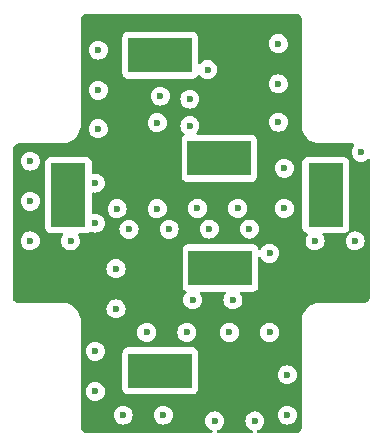
<source format=gbr>
%TF.GenerationSoftware,KiCad,Pcbnew,8.0.7*%
%TF.CreationDate,2025-04-20T01:01:18-04:00*%
%TF.ProjectId,2M_4F,324d5f34-462e-46b6-9963-61645f706362,rev?*%
%TF.SameCoordinates,Original*%
%TF.FileFunction,Copper,L1,Top*%
%TF.FilePolarity,Positive*%
%FSLAX46Y46*%
G04 Gerber Fmt 4.6, Leading zero omitted, Abs format (unit mm)*
G04 Created by KiCad (PCBNEW 8.0.7) date 2025-04-20 01:01:18*
%MOMM*%
%LPD*%
G01*
G04 APERTURE LIST*
%TA.AperFunction,ComponentPad*%
%ADD10R,3.000000X5.400000*%
%TD*%
%TA.AperFunction,ComponentPad*%
%ADD11R,5.400000X3.000000*%
%TD*%
%TA.AperFunction,ViaPad*%
%ADD12C,0.600000*%
%TD*%
G04 APERTURE END LIST*
D10*
%TO.P,J1,1,Pin_1*%
%TO.N,Net-(J1-Pin_1)*%
X97344600Y-47653300D03*
D11*
%TO.P,J1,2,Pin_2*%
%TO.N,GND*%
X102844600Y-47040800D03*
%TD*%
D10*
%TO.P,J4,1,Pin_1*%
%TO.N,Net-(J1-Pin_1)*%
X97250000Y-38375000D03*
D11*
%TO.P,J4,2,Pin_2*%
%TO.N,GND*%
X102750000Y-37762500D03*
%TD*%
D10*
%TO.P,J6,1,Pin_1*%
%TO.N,Net-(J1-Pin_1)*%
X104250000Y-56362500D03*
D11*
%TO.P,J6,2,Pin_2*%
%TO.N,GND*%
X97750000Y-55750000D03*
%TD*%
%TO.P,J3,1,Pin_1*%
%TO.N,Net-(J1-Pin_1)*%
X111137500Y-47375000D03*
D10*
%TO.P,J3,2,Pin_2*%
%TO.N,GND*%
X111750000Y-40875000D03*
%TD*%
%TO.P,J5,1,Pin_1*%
%TO.N,Net-(J1-Pin_1)*%
X104250000Y-29637500D03*
D11*
%TO.P,J5,2,Pin_2*%
%TO.N,GND*%
X97750000Y-29025000D03*
%TD*%
%TO.P,J2,1,Pin_1*%
%TO.N,Net-(J1-Pin_1)*%
X89362500Y-47375000D03*
D10*
%TO.P,J2,2,Pin_2*%
%TO.N,GND*%
X89975000Y-40875000D03*
%TD*%
D12*
%TO.N,GND*%
X95100000Y-43775000D03*
X107000000Y-45800000D03*
X114750000Y-37250000D03*
X92250000Y-43250000D03*
X107750000Y-31450000D03*
X105300000Y-43750000D03*
X90150000Y-44750000D03*
X86750000Y-41400000D03*
X97500000Y-42025000D03*
X100000000Y-52500000D03*
X107000000Y-52500000D03*
X105750000Y-60000000D03*
X103600000Y-52500000D03*
X108500000Y-56100000D03*
X100250000Y-32750000D03*
X100900000Y-42000000D03*
X92500000Y-32000000D03*
X108250000Y-38600000D03*
X103900000Y-49750000D03*
X104300000Y-42000000D03*
X102350000Y-60000000D03*
X92250000Y-57500000D03*
X86750000Y-44750000D03*
X92250000Y-39850000D03*
X94600000Y-59500000D03*
X114250000Y-44750000D03*
X92500000Y-28600000D03*
X108500000Y-59500000D03*
X94100000Y-42025000D03*
X98000000Y-59500000D03*
X107750000Y-28050000D03*
X98500000Y-43775000D03*
X92500000Y-35250000D03*
X92250000Y-54100000D03*
X97500000Y-34750000D03*
X110850000Y-44750000D03*
X96600000Y-52500000D03*
X94000000Y-50500000D03*
X100250000Y-35000000D03*
X107750000Y-34700000D03*
X100500000Y-49750000D03*
X86750000Y-38000000D03*
X108250000Y-42000000D03*
X101900000Y-43750000D03*
X101750000Y-30250000D03*
X97750000Y-32500000D03*
X94000000Y-47100000D03*
%TO.N,Net-(J1-Pin_1)*%
X108250000Y-36900000D03*
X95800000Y-42025000D03*
X92900000Y-59500000D03*
X92250000Y-38150000D03*
X104050000Y-60000000D03*
X105600000Y-49750000D03*
X111250000Y-37000000D03*
X101750000Y-28550000D03*
X107000000Y-43750000D03*
X102500000Y-35000000D03*
X88450000Y-44750000D03*
X95250000Y-32250000D03*
X86750000Y-43100000D03*
X105350000Y-35000000D03*
X108500000Y-54000000D03*
X95000000Y-34750000D03*
X92500000Y-30300000D03*
X92250000Y-52000000D03*
X96300000Y-59500000D03*
X91850000Y-44750000D03*
X101900000Y-52500000D03*
X102600000Y-42000000D03*
X108500000Y-57800000D03*
X106000000Y-42000000D03*
X100650000Y-60000000D03*
X99200000Y-42025000D03*
X107750000Y-26350000D03*
X98300000Y-52500000D03*
X100200000Y-43775000D03*
X108250000Y-40300000D03*
X92500000Y-26900000D03*
X101950000Y-32750000D03*
X86750000Y-39700000D03*
X112550000Y-44750000D03*
X92250000Y-41550000D03*
X103600000Y-43750000D03*
X109150000Y-44750000D03*
X107000000Y-47500000D03*
X94000000Y-45400000D03*
X94000000Y-48800000D03*
X94900000Y-52500000D03*
X92250000Y-55800000D03*
X114750000Y-49250000D03*
X114500000Y-41750000D03*
X107750000Y-33000000D03*
X107750000Y-29750000D03*
X102200000Y-49750000D03*
X105300000Y-52500000D03*
X92500000Y-33550000D03*
X96800000Y-43775000D03*
%TD*%
%TA.AperFunction,Conductor*%
%TO.N,Net-(J1-Pin_1)*%
G36*
X109256922Y-25501280D02*
G01*
X109347266Y-25511459D01*
X109374331Y-25517636D01*
X109453540Y-25545352D01*
X109478553Y-25557398D01*
X109549606Y-25602043D01*
X109571313Y-25619355D01*
X109630644Y-25678686D01*
X109647957Y-25700395D01*
X109692600Y-25771444D01*
X109704648Y-25796462D01*
X109732362Y-25875666D01*
X109738540Y-25902735D01*
X109748720Y-25993076D01*
X109749500Y-26006961D01*
X109749500Y-35107317D01*
X109780044Y-35319764D01*
X109780047Y-35319774D01*
X109840517Y-35525715D01*
X109929672Y-35720938D01*
X109929679Y-35720951D01*
X109996973Y-35825663D01*
X110031775Y-35879816D01*
X110045720Y-35901514D01*
X110186275Y-36063724D01*
X110291632Y-36155016D01*
X110348487Y-36204281D01*
X110464831Y-36279050D01*
X110529048Y-36320320D01*
X110529061Y-36320327D01*
X110724284Y-36409482D01*
X110724288Y-36409483D01*
X110724290Y-36409484D01*
X110930231Y-36469954D01*
X110930232Y-36469954D01*
X110930235Y-36469955D01*
X110993584Y-36479062D01*
X111142682Y-36500500D01*
X111184108Y-36500500D01*
X114068060Y-36500500D01*
X114135099Y-36520185D01*
X114180854Y-36572989D01*
X114190798Y-36642147D01*
X114161773Y-36705703D01*
X114155741Y-36712181D01*
X114120184Y-36747737D01*
X114024211Y-36900476D01*
X113964631Y-37070745D01*
X113964630Y-37070750D01*
X113944435Y-37249996D01*
X113944435Y-37250003D01*
X113964630Y-37429249D01*
X113964631Y-37429254D01*
X114024211Y-37599523D01*
X114071323Y-37674500D01*
X114120184Y-37752262D01*
X114247738Y-37879816D01*
X114330693Y-37931940D01*
X114391557Y-37970184D01*
X114400478Y-37975789D01*
X114469678Y-38000003D01*
X114570745Y-38035368D01*
X114570750Y-38035369D01*
X114749996Y-38055565D01*
X114750000Y-38055565D01*
X114750004Y-38055565D01*
X114929249Y-38035369D01*
X114929252Y-38035368D01*
X114929255Y-38035368D01*
X115099522Y-37975789D01*
X115252262Y-37879816D01*
X115287819Y-37844259D01*
X115349142Y-37810774D01*
X115418834Y-37815758D01*
X115474767Y-37857630D01*
X115499184Y-37923094D01*
X115499500Y-37931940D01*
X115499500Y-49493038D01*
X115498720Y-49506923D01*
X115488540Y-49597264D01*
X115482362Y-49624333D01*
X115454648Y-49703537D01*
X115442600Y-49728555D01*
X115397957Y-49799604D01*
X115380644Y-49821313D01*
X115321313Y-49880644D01*
X115299604Y-49897957D01*
X115228555Y-49942600D01*
X115203537Y-49954648D01*
X115124333Y-49982362D01*
X115097264Y-49988540D01*
X115017075Y-49997576D01*
X115006921Y-49998720D01*
X114993038Y-49999500D01*
X111142682Y-49999500D01*
X110930235Y-50030044D01*
X110930225Y-50030047D01*
X110724284Y-50090517D01*
X110529061Y-50179672D01*
X110529048Y-50179679D01*
X110348485Y-50295720D01*
X110186275Y-50436275D01*
X110045720Y-50598485D01*
X109929679Y-50779048D01*
X109929672Y-50779061D01*
X109840517Y-50974284D01*
X109780047Y-51180225D01*
X109780044Y-51180235D01*
X109749500Y-51392682D01*
X109749500Y-60493038D01*
X109748720Y-60506923D01*
X109738540Y-60597264D01*
X109732362Y-60624333D01*
X109704648Y-60703537D01*
X109692600Y-60728555D01*
X109647957Y-60799604D01*
X109630644Y-60821313D01*
X109571313Y-60880644D01*
X109549604Y-60897957D01*
X109478555Y-60942600D01*
X109453537Y-60954648D01*
X109374333Y-60982362D01*
X109347264Y-60988540D01*
X109267075Y-60997576D01*
X109256921Y-60998720D01*
X109243038Y-60999500D01*
X106047114Y-60999500D01*
X105980075Y-60979815D01*
X105934320Y-60927011D01*
X105924376Y-60857853D01*
X105953401Y-60794297D01*
X106006160Y-60758458D01*
X106042531Y-60745730D01*
X106099522Y-60725789D01*
X106252262Y-60629816D01*
X106379816Y-60502262D01*
X106475789Y-60349522D01*
X106535368Y-60179255D01*
X106535369Y-60179249D01*
X106555565Y-60000003D01*
X106555565Y-59999996D01*
X106535369Y-59820750D01*
X106535368Y-59820745D01*
X106475789Y-59650478D01*
X106381235Y-59499996D01*
X107694435Y-59499996D01*
X107694435Y-59500003D01*
X107714630Y-59679249D01*
X107714631Y-59679254D01*
X107774211Y-59849523D01*
X107868760Y-59999996D01*
X107870184Y-60002262D01*
X107997738Y-60129816D01*
X108150478Y-60225789D01*
X108320745Y-60285368D01*
X108320750Y-60285369D01*
X108499996Y-60305565D01*
X108500000Y-60305565D01*
X108500004Y-60305565D01*
X108679249Y-60285369D01*
X108679252Y-60285368D01*
X108679255Y-60285368D01*
X108849522Y-60225789D01*
X109002262Y-60129816D01*
X109129816Y-60002262D01*
X109225789Y-59849522D01*
X109285368Y-59679255D01*
X109285369Y-59679249D01*
X109305565Y-59500003D01*
X109305565Y-59499996D01*
X109285369Y-59320750D01*
X109285368Y-59320745D01*
X109225788Y-59150476D01*
X109129815Y-58997737D01*
X109002262Y-58870184D01*
X108849523Y-58774211D01*
X108679254Y-58714631D01*
X108679249Y-58714630D01*
X108500004Y-58694435D01*
X108499996Y-58694435D01*
X108320750Y-58714630D01*
X108320745Y-58714631D01*
X108150476Y-58774211D01*
X107997737Y-58870184D01*
X107870184Y-58997737D01*
X107774211Y-59150476D01*
X107714631Y-59320745D01*
X107714630Y-59320750D01*
X107694435Y-59499996D01*
X106381235Y-59499996D01*
X106379816Y-59497738D01*
X106252262Y-59370184D01*
X106099523Y-59274211D01*
X105929254Y-59214631D01*
X105929249Y-59214630D01*
X105750004Y-59194435D01*
X105749996Y-59194435D01*
X105570750Y-59214630D01*
X105570745Y-59214631D01*
X105400476Y-59274211D01*
X105247737Y-59370184D01*
X105120184Y-59497737D01*
X105024211Y-59650476D01*
X104964631Y-59820745D01*
X104964630Y-59820750D01*
X104944435Y-59999996D01*
X104944435Y-60000003D01*
X104964630Y-60179249D01*
X104964631Y-60179254D01*
X105024211Y-60349523D01*
X105077360Y-60434108D01*
X105120184Y-60502262D01*
X105247738Y-60629816D01*
X105365064Y-60703537D01*
X105400478Y-60725789D01*
X105493840Y-60758458D01*
X105550617Y-60799180D01*
X105576364Y-60864133D01*
X105562908Y-60932694D01*
X105514521Y-60983097D01*
X105452886Y-60999500D01*
X102647114Y-60999500D01*
X102580075Y-60979815D01*
X102534320Y-60927011D01*
X102524376Y-60857853D01*
X102553401Y-60794297D01*
X102606160Y-60758458D01*
X102642531Y-60745730D01*
X102699522Y-60725789D01*
X102852262Y-60629816D01*
X102979816Y-60502262D01*
X103075789Y-60349522D01*
X103135368Y-60179255D01*
X103135369Y-60179249D01*
X103155565Y-60000003D01*
X103155565Y-59999996D01*
X103135369Y-59820750D01*
X103135368Y-59820745D01*
X103075789Y-59650478D01*
X102979816Y-59497738D01*
X102852262Y-59370184D01*
X102699523Y-59274211D01*
X102529254Y-59214631D01*
X102529249Y-59214630D01*
X102350004Y-59194435D01*
X102349996Y-59194435D01*
X102170750Y-59214630D01*
X102170745Y-59214631D01*
X102000476Y-59274211D01*
X101847737Y-59370184D01*
X101720184Y-59497737D01*
X101624211Y-59650476D01*
X101564631Y-59820745D01*
X101564630Y-59820750D01*
X101544435Y-59999996D01*
X101544435Y-60000003D01*
X101564630Y-60179249D01*
X101564631Y-60179254D01*
X101624211Y-60349523D01*
X101677360Y-60434108D01*
X101720184Y-60502262D01*
X101847738Y-60629816D01*
X101965064Y-60703537D01*
X102000478Y-60725789D01*
X102093840Y-60758458D01*
X102150617Y-60799180D01*
X102176364Y-60864133D01*
X102162908Y-60932694D01*
X102114521Y-60983097D01*
X102052886Y-60999500D01*
X91506962Y-60999500D01*
X91493078Y-60998720D01*
X91480553Y-60997308D01*
X91402735Y-60988540D01*
X91375666Y-60982362D01*
X91296462Y-60954648D01*
X91271444Y-60942600D01*
X91200395Y-60897957D01*
X91178686Y-60880644D01*
X91119355Y-60821313D01*
X91102042Y-60799604D01*
X91098707Y-60794297D01*
X91057398Y-60728553D01*
X91045351Y-60703537D01*
X91017637Y-60624333D01*
X91011459Y-60597263D01*
X91001280Y-60506922D01*
X91000500Y-60493038D01*
X91000500Y-59499996D01*
X93794435Y-59499996D01*
X93794435Y-59500003D01*
X93814630Y-59679249D01*
X93814631Y-59679254D01*
X93874211Y-59849523D01*
X93968760Y-59999996D01*
X93970184Y-60002262D01*
X94097738Y-60129816D01*
X94250478Y-60225789D01*
X94420745Y-60285368D01*
X94420750Y-60285369D01*
X94599996Y-60305565D01*
X94600000Y-60305565D01*
X94600004Y-60305565D01*
X94779249Y-60285369D01*
X94779252Y-60285368D01*
X94779255Y-60285368D01*
X94949522Y-60225789D01*
X95102262Y-60129816D01*
X95229816Y-60002262D01*
X95325789Y-59849522D01*
X95385368Y-59679255D01*
X95385369Y-59679249D01*
X95405565Y-59500003D01*
X95405565Y-59499996D01*
X97194435Y-59499996D01*
X97194435Y-59500003D01*
X97214630Y-59679249D01*
X97214631Y-59679254D01*
X97274211Y-59849523D01*
X97368760Y-59999996D01*
X97370184Y-60002262D01*
X97497738Y-60129816D01*
X97650478Y-60225789D01*
X97820745Y-60285368D01*
X97820750Y-60285369D01*
X97999996Y-60305565D01*
X98000000Y-60305565D01*
X98000004Y-60305565D01*
X98179249Y-60285369D01*
X98179252Y-60285368D01*
X98179255Y-60285368D01*
X98349522Y-60225789D01*
X98502262Y-60129816D01*
X98629816Y-60002262D01*
X98725789Y-59849522D01*
X98785368Y-59679255D01*
X98785369Y-59679249D01*
X98805565Y-59500003D01*
X98805565Y-59499996D01*
X98785369Y-59320750D01*
X98785368Y-59320745D01*
X98725788Y-59150476D01*
X98629815Y-58997737D01*
X98502262Y-58870184D01*
X98349523Y-58774211D01*
X98179254Y-58714631D01*
X98179249Y-58714630D01*
X98000004Y-58694435D01*
X97999996Y-58694435D01*
X97820750Y-58714630D01*
X97820745Y-58714631D01*
X97650476Y-58774211D01*
X97497737Y-58870184D01*
X97370184Y-58997737D01*
X97274211Y-59150476D01*
X97214631Y-59320745D01*
X97214630Y-59320750D01*
X97194435Y-59499996D01*
X95405565Y-59499996D01*
X95385369Y-59320750D01*
X95385368Y-59320745D01*
X95325788Y-59150476D01*
X95229815Y-58997737D01*
X95102262Y-58870184D01*
X94949523Y-58774211D01*
X94779254Y-58714631D01*
X94779249Y-58714630D01*
X94600004Y-58694435D01*
X94599996Y-58694435D01*
X94420750Y-58714630D01*
X94420745Y-58714631D01*
X94250476Y-58774211D01*
X94097737Y-58870184D01*
X93970184Y-58997737D01*
X93874211Y-59150476D01*
X93814631Y-59320745D01*
X93814630Y-59320750D01*
X93794435Y-59499996D01*
X91000500Y-59499996D01*
X91000500Y-57499996D01*
X91444435Y-57499996D01*
X91444435Y-57500003D01*
X91464630Y-57679249D01*
X91464631Y-57679254D01*
X91524211Y-57849523D01*
X91620184Y-58002262D01*
X91747738Y-58129816D01*
X91900478Y-58225789D01*
X92070745Y-58285368D01*
X92070750Y-58285369D01*
X92249996Y-58305565D01*
X92250000Y-58305565D01*
X92250004Y-58305565D01*
X92429249Y-58285369D01*
X92429252Y-58285368D01*
X92429255Y-58285368D01*
X92599522Y-58225789D01*
X92752262Y-58129816D01*
X92879816Y-58002262D01*
X92975789Y-57849522D01*
X93035368Y-57679255D01*
X93035369Y-57679249D01*
X93055565Y-57500003D01*
X93055565Y-57499996D01*
X93035369Y-57320750D01*
X93035368Y-57320745D01*
X92975788Y-57150476D01*
X92879815Y-56997737D01*
X92752262Y-56870184D01*
X92599523Y-56774211D01*
X92429254Y-56714631D01*
X92429249Y-56714630D01*
X92250004Y-56694435D01*
X92249996Y-56694435D01*
X92070750Y-56714630D01*
X92070745Y-56714631D01*
X91900476Y-56774211D01*
X91747737Y-56870184D01*
X91620184Y-56997737D01*
X91524211Y-57150476D01*
X91464631Y-57320745D01*
X91464630Y-57320750D01*
X91444435Y-57499996D01*
X91000500Y-57499996D01*
X91000500Y-54099996D01*
X91444435Y-54099996D01*
X91444435Y-54100003D01*
X91464630Y-54279249D01*
X91464631Y-54279254D01*
X91524211Y-54449523D01*
X91620184Y-54602262D01*
X91747738Y-54729816D01*
X91900478Y-54825789D01*
X92070745Y-54885368D01*
X92070750Y-54885369D01*
X92249996Y-54905565D01*
X92250000Y-54905565D01*
X92250004Y-54905565D01*
X92429249Y-54885369D01*
X92429252Y-54885368D01*
X92429255Y-54885368D01*
X92599522Y-54825789D01*
X92752262Y-54729816D01*
X92879816Y-54602262D01*
X92975789Y-54449522D01*
X93035368Y-54279255D01*
X93035369Y-54279249D01*
X93044058Y-54202135D01*
X94549500Y-54202135D01*
X94549500Y-57297870D01*
X94549501Y-57297876D01*
X94555908Y-57357483D01*
X94606202Y-57492328D01*
X94606206Y-57492335D01*
X94692452Y-57607544D01*
X94692455Y-57607547D01*
X94807664Y-57693793D01*
X94807671Y-57693797D01*
X94942517Y-57744091D01*
X94942516Y-57744091D01*
X94949444Y-57744835D01*
X95002127Y-57750500D01*
X100497872Y-57750499D01*
X100557483Y-57744091D01*
X100692331Y-57693796D01*
X100807546Y-57607546D01*
X100893796Y-57492331D01*
X100944091Y-57357483D01*
X100950500Y-57297873D01*
X100950500Y-56099996D01*
X107694435Y-56099996D01*
X107694435Y-56100003D01*
X107714630Y-56279249D01*
X107714631Y-56279254D01*
X107774211Y-56449523D01*
X107870184Y-56602262D01*
X107997738Y-56729816D01*
X108150478Y-56825789D01*
X108277352Y-56870184D01*
X108320745Y-56885368D01*
X108320750Y-56885369D01*
X108499996Y-56905565D01*
X108500000Y-56905565D01*
X108500004Y-56905565D01*
X108679249Y-56885369D01*
X108679252Y-56885368D01*
X108679255Y-56885368D01*
X108849522Y-56825789D01*
X109002262Y-56729816D01*
X109129816Y-56602262D01*
X109225789Y-56449522D01*
X109285368Y-56279255D01*
X109305565Y-56100000D01*
X109285368Y-55920745D01*
X109225789Y-55750478D01*
X109129816Y-55597738D01*
X109002262Y-55470184D01*
X108849523Y-55374211D01*
X108679254Y-55314631D01*
X108679249Y-55314630D01*
X108500004Y-55294435D01*
X108499996Y-55294435D01*
X108320750Y-55314630D01*
X108320745Y-55314631D01*
X108150476Y-55374211D01*
X107997737Y-55470184D01*
X107870184Y-55597737D01*
X107774211Y-55750476D01*
X107714631Y-55920745D01*
X107714630Y-55920750D01*
X107694435Y-56099996D01*
X100950500Y-56099996D01*
X100950499Y-54202128D01*
X100944091Y-54142517D01*
X100928234Y-54100003D01*
X100893797Y-54007671D01*
X100893793Y-54007664D01*
X100807547Y-53892455D01*
X100807544Y-53892452D01*
X100692335Y-53806206D01*
X100692328Y-53806202D01*
X100557482Y-53755908D01*
X100557483Y-53755908D01*
X100497883Y-53749501D01*
X100497881Y-53749500D01*
X100497873Y-53749500D01*
X100497864Y-53749500D01*
X95002129Y-53749500D01*
X95002123Y-53749501D01*
X94942516Y-53755908D01*
X94807671Y-53806202D01*
X94807664Y-53806206D01*
X94692455Y-53892452D01*
X94692452Y-53892455D01*
X94606206Y-54007664D01*
X94606202Y-54007671D01*
X94555908Y-54142517D01*
X94549501Y-54202116D01*
X94549501Y-54202123D01*
X94549500Y-54202135D01*
X93044058Y-54202135D01*
X93055565Y-54100003D01*
X93055565Y-54099996D01*
X93035369Y-53920750D01*
X93035368Y-53920745D01*
X92995288Y-53806204D01*
X92975789Y-53750478D01*
X92975174Y-53749500D01*
X92879815Y-53597737D01*
X92752262Y-53470184D01*
X92599523Y-53374211D01*
X92429254Y-53314631D01*
X92429249Y-53314630D01*
X92250004Y-53294435D01*
X92249996Y-53294435D01*
X92070750Y-53314630D01*
X92070745Y-53314631D01*
X91900476Y-53374211D01*
X91747737Y-53470184D01*
X91620184Y-53597737D01*
X91524211Y-53750476D01*
X91464631Y-53920745D01*
X91464630Y-53920750D01*
X91444435Y-54099996D01*
X91000500Y-54099996D01*
X91000500Y-52499996D01*
X95794435Y-52499996D01*
X95794435Y-52500003D01*
X95814630Y-52679249D01*
X95814631Y-52679254D01*
X95874211Y-52849523D01*
X95970184Y-53002262D01*
X96097738Y-53129816D01*
X96250478Y-53225789D01*
X96420745Y-53285368D01*
X96420750Y-53285369D01*
X96599996Y-53305565D01*
X96600000Y-53305565D01*
X96600004Y-53305565D01*
X96779249Y-53285369D01*
X96779252Y-53285368D01*
X96779255Y-53285368D01*
X96949522Y-53225789D01*
X97102262Y-53129816D01*
X97229816Y-53002262D01*
X97325789Y-52849522D01*
X97385368Y-52679255D01*
X97405565Y-52500000D01*
X97405565Y-52499996D01*
X99194435Y-52499996D01*
X99194435Y-52500003D01*
X99214630Y-52679249D01*
X99214631Y-52679254D01*
X99274211Y-52849523D01*
X99370184Y-53002262D01*
X99497738Y-53129816D01*
X99650478Y-53225789D01*
X99820745Y-53285368D01*
X99820750Y-53285369D01*
X99999996Y-53305565D01*
X100000000Y-53305565D01*
X100000004Y-53305565D01*
X100179249Y-53285369D01*
X100179252Y-53285368D01*
X100179255Y-53285368D01*
X100349522Y-53225789D01*
X100502262Y-53129816D01*
X100629816Y-53002262D01*
X100725789Y-52849522D01*
X100785368Y-52679255D01*
X100805565Y-52500000D01*
X100805565Y-52499996D01*
X102794435Y-52499996D01*
X102794435Y-52500003D01*
X102814630Y-52679249D01*
X102814631Y-52679254D01*
X102874211Y-52849523D01*
X102970184Y-53002262D01*
X103097738Y-53129816D01*
X103250478Y-53225789D01*
X103420745Y-53285368D01*
X103420750Y-53285369D01*
X103599996Y-53305565D01*
X103600000Y-53305565D01*
X103600004Y-53305565D01*
X103779249Y-53285369D01*
X103779252Y-53285368D01*
X103779255Y-53285368D01*
X103949522Y-53225789D01*
X104102262Y-53129816D01*
X104229816Y-53002262D01*
X104325789Y-52849522D01*
X104385368Y-52679255D01*
X104405565Y-52500000D01*
X104405565Y-52499996D01*
X106194435Y-52499996D01*
X106194435Y-52500003D01*
X106214630Y-52679249D01*
X106214631Y-52679254D01*
X106274211Y-52849523D01*
X106370184Y-53002262D01*
X106497738Y-53129816D01*
X106650478Y-53225789D01*
X106820745Y-53285368D01*
X106820750Y-53285369D01*
X106999996Y-53305565D01*
X107000000Y-53305565D01*
X107000004Y-53305565D01*
X107179249Y-53285369D01*
X107179252Y-53285368D01*
X107179255Y-53285368D01*
X107349522Y-53225789D01*
X107502262Y-53129816D01*
X107629816Y-53002262D01*
X107725789Y-52849522D01*
X107785368Y-52679255D01*
X107805565Y-52500000D01*
X107785368Y-52320745D01*
X107725789Y-52150478D01*
X107629816Y-51997738D01*
X107502262Y-51870184D01*
X107349523Y-51774211D01*
X107179254Y-51714631D01*
X107179249Y-51714630D01*
X107000004Y-51694435D01*
X106999996Y-51694435D01*
X106820750Y-51714630D01*
X106820745Y-51714631D01*
X106650476Y-51774211D01*
X106497737Y-51870184D01*
X106370184Y-51997737D01*
X106274211Y-52150476D01*
X106214631Y-52320745D01*
X106214630Y-52320750D01*
X106194435Y-52499996D01*
X104405565Y-52499996D01*
X104385368Y-52320745D01*
X104325789Y-52150478D01*
X104229816Y-51997738D01*
X104102262Y-51870184D01*
X103949523Y-51774211D01*
X103779254Y-51714631D01*
X103779249Y-51714630D01*
X103600004Y-51694435D01*
X103599996Y-51694435D01*
X103420750Y-51714630D01*
X103420745Y-51714631D01*
X103250476Y-51774211D01*
X103097737Y-51870184D01*
X102970184Y-51997737D01*
X102874211Y-52150476D01*
X102814631Y-52320745D01*
X102814630Y-52320750D01*
X102794435Y-52499996D01*
X100805565Y-52499996D01*
X100785368Y-52320745D01*
X100725789Y-52150478D01*
X100629816Y-51997738D01*
X100502262Y-51870184D01*
X100349523Y-51774211D01*
X100179254Y-51714631D01*
X100179249Y-51714630D01*
X100000004Y-51694435D01*
X99999996Y-51694435D01*
X99820750Y-51714630D01*
X99820745Y-51714631D01*
X99650476Y-51774211D01*
X99497737Y-51870184D01*
X99370184Y-51997737D01*
X99274211Y-52150476D01*
X99214631Y-52320745D01*
X99214630Y-52320750D01*
X99194435Y-52499996D01*
X97405565Y-52499996D01*
X97385368Y-52320745D01*
X97325789Y-52150478D01*
X97229816Y-51997738D01*
X97102262Y-51870184D01*
X96949523Y-51774211D01*
X96779254Y-51714631D01*
X96779249Y-51714630D01*
X96600004Y-51694435D01*
X96599996Y-51694435D01*
X96420750Y-51714630D01*
X96420745Y-51714631D01*
X96250476Y-51774211D01*
X96097737Y-51870184D01*
X95970184Y-51997737D01*
X95874211Y-52150476D01*
X95814631Y-52320745D01*
X95814630Y-52320750D01*
X95794435Y-52499996D01*
X91000500Y-52499996D01*
X91000500Y-51392683D01*
X91000500Y-51392682D01*
X90969954Y-51180231D01*
X90909484Y-50974290D01*
X90909483Y-50974288D01*
X90909482Y-50974284D01*
X90820327Y-50779061D01*
X90820320Y-50779048D01*
X90756183Y-50679249D01*
X90704281Y-50598487D01*
X90618944Y-50500003D01*
X90618938Y-50499996D01*
X93194435Y-50499996D01*
X93194435Y-50500003D01*
X93214630Y-50679249D01*
X93214631Y-50679254D01*
X93274211Y-50849523D01*
X93352604Y-50974284D01*
X93370184Y-51002262D01*
X93497738Y-51129816D01*
X93650478Y-51225789D01*
X93814764Y-51283275D01*
X93820745Y-51285368D01*
X93820750Y-51285369D01*
X93999996Y-51305565D01*
X94000000Y-51305565D01*
X94000004Y-51305565D01*
X94179249Y-51285369D01*
X94179252Y-51285368D01*
X94179255Y-51285368D01*
X94349522Y-51225789D01*
X94502262Y-51129816D01*
X94629816Y-51002262D01*
X94725789Y-50849522D01*
X94785368Y-50679255D01*
X94785369Y-50679249D01*
X94805565Y-50500003D01*
X94805565Y-50499996D01*
X94785369Y-50320750D01*
X94785368Y-50320745D01*
X94725788Y-50150476D01*
X94629815Y-49997737D01*
X94502262Y-49870184D01*
X94349523Y-49774211D01*
X94179254Y-49714631D01*
X94179249Y-49714630D01*
X94000004Y-49694435D01*
X93999996Y-49694435D01*
X93820750Y-49714630D01*
X93820745Y-49714631D01*
X93650476Y-49774211D01*
X93497737Y-49870184D01*
X93370184Y-49997737D01*
X93274211Y-50150476D01*
X93214631Y-50320745D01*
X93214630Y-50320750D01*
X93194435Y-50499996D01*
X90618938Y-50499996D01*
X90563724Y-50436275D01*
X90401514Y-50295720D01*
X90401513Y-50295719D01*
X90333892Y-50252262D01*
X90220951Y-50179679D01*
X90220938Y-50179672D01*
X90025715Y-50090517D01*
X89819774Y-50030047D01*
X89819764Y-50030044D01*
X89628754Y-50002582D01*
X89607318Y-49999500D01*
X89607317Y-49999500D01*
X85756962Y-49999500D01*
X85743078Y-49998720D01*
X85730553Y-49997308D01*
X85652735Y-49988540D01*
X85625666Y-49982362D01*
X85546462Y-49954648D01*
X85521444Y-49942600D01*
X85450395Y-49897957D01*
X85428686Y-49880644D01*
X85369355Y-49821313D01*
X85352042Y-49799604D01*
X85320871Y-49749996D01*
X85307398Y-49728553D01*
X85295351Y-49703537D01*
X85292166Y-49694435D01*
X85267636Y-49624331D01*
X85261459Y-49597263D01*
X85251280Y-49506922D01*
X85250500Y-49493038D01*
X85250500Y-47099996D01*
X93194435Y-47099996D01*
X93194435Y-47100003D01*
X93214630Y-47279249D01*
X93214631Y-47279254D01*
X93274211Y-47449523D01*
X93370184Y-47602262D01*
X93497738Y-47729816D01*
X93650478Y-47825789D01*
X93820745Y-47885368D01*
X93820750Y-47885369D01*
X93999996Y-47905565D01*
X94000000Y-47905565D01*
X94000004Y-47905565D01*
X94179249Y-47885369D01*
X94179252Y-47885368D01*
X94179255Y-47885368D01*
X94349522Y-47825789D01*
X94502262Y-47729816D01*
X94629816Y-47602262D01*
X94725789Y-47449522D01*
X94785368Y-47279255D01*
X94805565Y-47100000D01*
X94785368Y-46920745D01*
X94725789Y-46750478D01*
X94629816Y-46597738D01*
X94502262Y-46470184D01*
X94438017Y-46429816D01*
X94349523Y-46374211D01*
X94179254Y-46314631D01*
X94179249Y-46314630D01*
X94000004Y-46294435D01*
X93999996Y-46294435D01*
X93820750Y-46314630D01*
X93820745Y-46314631D01*
X93650476Y-46374211D01*
X93497737Y-46470184D01*
X93370184Y-46597737D01*
X93274211Y-46750476D01*
X93214631Y-46920745D01*
X93214630Y-46920750D01*
X93194435Y-47099996D01*
X85250500Y-47099996D01*
X85250500Y-44749996D01*
X85944435Y-44749996D01*
X85944435Y-44750003D01*
X85964630Y-44929249D01*
X85964631Y-44929254D01*
X86024211Y-45099523D01*
X86068611Y-45170184D01*
X86120184Y-45252262D01*
X86247738Y-45379816D01*
X86332884Y-45433317D01*
X86368167Y-45455487D01*
X86400478Y-45475789D01*
X86474402Y-45501656D01*
X86570745Y-45535368D01*
X86570750Y-45535369D01*
X86749996Y-45555565D01*
X86750000Y-45555565D01*
X86750004Y-45555565D01*
X86929249Y-45535369D01*
X86929252Y-45535368D01*
X86929255Y-45535368D01*
X87099522Y-45475789D01*
X87252262Y-45379816D01*
X87379816Y-45252262D01*
X87475789Y-45099522D01*
X87535368Y-44929255D01*
X87555565Y-44750000D01*
X87536474Y-44580565D01*
X87535369Y-44570750D01*
X87535368Y-44570745D01*
X87477307Y-44404816D01*
X87475789Y-44400478D01*
X87379816Y-44247738D01*
X87252262Y-44120184D01*
X87181148Y-44075500D01*
X87099523Y-44024211D01*
X86929254Y-43964631D01*
X86929249Y-43964630D01*
X86750004Y-43944435D01*
X86749996Y-43944435D01*
X86570750Y-43964630D01*
X86570745Y-43964631D01*
X86400476Y-44024211D01*
X86247737Y-44120184D01*
X86120184Y-44247737D01*
X86024211Y-44400476D01*
X85964631Y-44570745D01*
X85964630Y-44570750D01*
X85944435Y-44749996D01*
X85250500Y-44749996D01*
X85250500Y-41399996D01*
X85944435Y-41399996D01*
X85944435Y-41400003D01*
X85964630Y-41579249D01*
X85964631Y-41579254D01*
X86024211Y-41749523D01*
X86084672Y-41845745D01*
X86120184Y-41902262D01*
X86247738Y-42029816D01*
X86400478Y-42125789D01*
X86553258Y-42179249D01*
X86570745Y-42185368D01*
X86570750Y-42185369D01*
X86749996Y-42205565D01*
X86750000Y-42205565D01*
X86750004Y-42205565D01*
X86929249Y-42185369D01*
X86929252Y-42185368D01*
X86929255Y-42185368D01*
X87099522Y-42125789D01*
X87252262Y-42029816D01*
X87379816Y-41902262D01*
X87475789Y-41749522D01*
X87535368Y-41579255D01*
X87555565Y-41400000D01*
X87555022Y-41395184D01*
X87535369Y-41220750D01*
X87535368Y-41220745D01*
X87475788Y-41050476D01*
X87379815Y-40897737D01*
X87252262Y-40770184D01*
X87099523Y-40674211D01*
X86929254Y-40614631D01*
X86929249Y-40614630D01*
X86750004Y-40594435D01*
X86749996Y-40594435D01*
X86570750Y-40614630D01*
X86570745Y-40614631D01*
X86400476Y-40674211D01*
X86247737Y-40770184D01*
X86120184Y-40897737D01*
X86024211Y-41050476D01*
X85964631Y-41220745D01*
X85964630Y-41220750D01*
X85944435Y-41399996D01*
X85250500Y-41399996D01*
X85250500Y-37999996D01*
X85944435Y-37999996D01*
X85944435Y-38000003D01*
X85964630Y-38179249D01*
X85964631Y-38179254D01*
X86024211Y-38349523D01*
X86120184Y-38502262D01*
X86247738Y-38629816D01*
X86400478Y-38725789D01*
X86553258Y-38779249D01*
X86570745Y-38785368D01*
X86570750Y-38785369D01*
X86749996Y-38805565D01*
X86750000Y-38805565D01*
X86750004Y-38805565D01*
X86929249Y-38785369D01*
X86929252Y-38785368D01*
X86929255Y-38785368D01*
X87099522Y-38725789D01*
X87252262Y-38629816D01*
X87379816Y-38502262D01*
X87475789Y-38349522D01*
X87535368Y-38179255D01*
X87535369Y-38179249D01*
X87541241Y-38127135D01*
X87974500Y-38127135D01*
X87974500Y-43622870D01*
X87974501Y-43622876D01*
X87980908Y-43682483D01*
X88031202Y-43817328D01*
X88031206Y-43817335D01*
X88117452Y-43932544D01*
X88117455Y-43932547D01*
X88232664Y-44018793D01*
X88232671Y-44018797D01*
X88367517Y-44069091D01*
X88367516Y-44069091D01*
X88374444Y-44069835D01*
X88427127Y-44075500D01*
X89404047Y-44075499D01*
X89471086Y-44095183D01*
X89516841Y-44147987D01*
X89526785Y-44217146D01*
X89509041Y-44265471D01*
X89424211Y-44400476D01*
X89364631Y-44570745D01*
X89364630Y-44570750D01*
X89344435Y-44749996D01*
X89344435Y-44750003D01*
X89364630Y-44929249D01*
X89364631Y-44929254D01*
X89424211Y-45099523D01*
X89468611Y-45170184D01*
X89520184Y-45252262D01*
X89647738Y-45379816D01*
X89732884Y-45433317D01*
X89768167Y-45455487D01*
X89800478Y-45475789D01*
X89874402Y-45501656D01*
X89970745Y-45535368D01*
X89970750Y-45535369D01*
X90149996Y-45555565D01*
X90150000Y-45555565D01*
X90150004Y-45555565D01*
X90329249Y-45535369D01*
X90329252Y-45535368D01*
X90329255Y-45535368D01*
X90450522Y-45492935D01*
X99644100Y-45492935D01*
X99644100Y-48588670D01*
X99644101Y-48588676D01*
X99650508Y-48648283D01*
X99700802Y-48783128D01*
X99700806Y-48783135D01*
X99787052Y-48898344D01*
X99787055Y-48898347D01*
X99902262Y-48984592D01*
X99906332Y-48986814D01*
X99955740Y-49036217D01*
X99970594Y-49104490D01*
X99946180Y-49169955D01*
X99934592Y-49183330D01*
X99870183Y-49247739D01*
X99774211Y-49400476D01*
X99714631Y-49570745D01*
X99714630Y-49570750D01*
X99694435Y-49749996D01*
X99694435Y-49750003D01*
X99714630Y-49929249D01*
X99714631Y-49929254D01*
X99774211Y-50099523D01*
X99824577Y-50179679D01*
X99870184Y-50252262D01*
X99997738Y-50379816D01*
X100150478Y-50475789D01*
X100219678Y-50500003D01*
X100320745Y-50535368D01*
X100320750Y-50535369D01*
X100499996Y-50555565D01*
X100500000Y-50555565D01*
X100500004Y-50555565D01*
X100679249Y-50535369D01*
X100679252Y-50535368D01*
X100679255Y-50535368D01*
X100849522Y-50475789D01*
X101002262Y-50379816D01*
X101129816Y-50252262D01*
X101225789Y-50099522D01*
X101285368Y-49929255D01*
X101285369Y-49929249D01*
X101305565Y-49750003D01*
X101305565Y-49749996D01*
X101285369Y-49570750D01*
X101285368Y-49570745D01*
X101258177Y-49493038D01*
X101225789Y-49400478D01*
X101129816Y-49247738D01*
X101125727Y-49242611D01*
X101099319Y-49177924D01*
X101112076Y-49109229D01*
X101159947Y-49058336D01*
X101222675Y-49041299D01*
X103177325Y-49041299D01*
X103244364Y-49060984D01*
X103290119Y-49113788D01*
X103300063Y-49182946D01*
X103274273Y-49242611D01*
X103270183Y-49247738D01*
X103174211Y-49400476D01*
X103114631Y-49570745D01*
X103114630Y-49570750D01*
X103094435Y-49749996D01*
X103094435Y-49750003D01*
X103114630Y-49929249D01*
X103114631Y-49929254D01*
X103174211Y-50099523D01*
X103224577Y-50179679D01*
X103270184Y-50252262D01*
X103397738Y-50379816D01*
X103550478Y-50475789D01*
X103619678Y-50500003D01*
X103720745Y-50535368D01*
X103720750Y-50535369D01*
X103899996Y-50555565D01*
X103900000Y-50555565D01*
X103900004Y-50555565D01*
X104079249Y-50535369D01*
X104079252Y-50535368D01*
X104079255Y-50535368D01*
X104249522Y-50475789D01*
X104402262Y-50379816D01*
X104529816Y-50252262D01*
X104625789Y-50099522D01*
X104685368Y-49929255D01*
X104685369Y-49929249D01*
X104705565Y-49750003D01*
X104705565Y-49749996D01*
X104685369Y-49570750D01*
X104685368Y-49570745D01*
X104658177Y-49493038D01*
X104625789Y-49400478D01*
X104529816Y-49247738D01*
X104525727Y-49242611D01*
X104499319Y-49177924D01*
X104512076Y-49109229D01*
X104559947Y-49058336D01*
X104622675Y-49041299D01*
X105592471Y-49041299D01*
X105592472Y-49041299D01*
X105652083Y-49034891D01*
X105786931Y-48984596D01*
X105902146Y-48898346D01*
X105988396Y-48783131D01*
X106038691Y-48648283D01*
X106045100Y-48588673D01*
X106045099Y-46215306D01*
X106064784Y-46148268D01*
X106117587Y-46102513D01*
X106186746Y-46092569D01*
X106250302Y-46121594D01*
X106274093Y-46149335D01*
X106315546Y-46215307D01*
X106370184Y-46302262D01*
X106497738Y-46429816D01*
X106650478Y-46525789D01*
X106820745Y-46585368D01*
X106820750Y-46585369D01*
X106999996Y-46605565D01*
X107000000Y-46605565D01*
X107000004Y-46605565D01*
X107179249Y-46585369D01*
X107179252Y-46585368D01*
X107179255Y-46585368D01*
X107349522Y-46525789D01*
X107502262Y-46429816D01*
X107629816Y-46302262D01*
X107725789Y-46149522D01*
X107785368Y-45979255D01*
X107805565Y-45800000D01*
X107785368Y-45620745D01*
X107725789Y-45450478D01*
X107629816Y-45297738D01*
X107502262Y-45170184D01*
X107349523Y-45074211D01*
X107179254Y-45014631D01*
X107179249Y-45014630D01*
X107000004Y-44994435D01*
X106999996Y-44994435D01*
X106820750Y-45014630D01*
X106820745Y-45014631D01*
X106650476Y-45074211D01*
X106497737Y-45170184D01*
X106370184Y-45297737D01*
X106274207Y-45450483D01*
X106271188Y-45456753D01*
X106268560Y-45455487D01*
X106235393Y-45501656D01*
X106170421Y-45527354D01*
X106101869Y-45513847D01*
X106051503Y-45465421D01*
X106041667Y-45440486D01*
X106041402Y-45440585D01*
X105988397Y-45298471D01*
X105988393Y-45298464D01*
X105902147Y-45183255D01*
X105902144Y-45183252D01*
X105786935Y-45097006D01*
X105786928Y-45097002D01*
X105652082Y-45046708D01*
X105652083Y-45046708D01*
X105592483Y-45040301D01*
X105592481Y-45040300D01*
X105592473Y-45040300D01*
X105592464Y-45040300D01*
X100096729Y-45040300D01*
X100096723Y-45040301D01*
X100037116Y-45046708D01*
X99902271Y-45097002D01*
X99902264Y-45097006D01*
X99787055Y-45183252D01*
X99787052Y-45183255D01*
X99700806Y-45298464D01*
X99700802Y-45298471D01*
X99650508Y-45433317D01*
X99644101Y-45492916D01*
X99644100Y-45492935D01*
X90450522Y-45492935D01*
X90499522Y-45475789D01*
X90652262Y-45379816D01*
X90779816Y-45252262D01*
X90875789Y-45099522D01*
X90935368Y-44929255D01*
X90955565Y-44750000D01*
X90936474Y-44580565D01*
X90935369Y-44570750D01*
X90935368Y-44570745D01*
X90902141Y-44475788D01*
X90875789Y-44400478D01*
X90790957Y-44265469D01*
X90771958Y-44198235D01*
X90792326Y-44131399D01*
X90845593Y-44086185D01*
X90895952Y-44075499D01*
X91522871Y-44075499D01*
X91522872Y-44075499D01*
X91582483Y-44069091D01*
X91618748Y-44055565D01*
X91717329Y-44018797D01*
X91717329Y-44018796D01*
X91717331Y-44018796D01*
X91763965Y-43983885D01*
X91829426Y-43959468D01*
X91893860Y-43973483D01*
X91894205Y-43972769D01*
X91897195Y-43974209D01*
X91897700Y-43974319D01*
X91898972Y-43975065D01*
X91900470Y-43975786D01*
X91900477Y-43975788D01*
X91900478Y-43975789D01*
X92023382Y-44018795D01*
X92070745Y-44035368D01*
X92070750Y-44035369D01*
X92249996Y-44055565D01*
X92250000Y-44055565D01*
X92250004Y-44055565D01*
X92429249Y-44035369D01*
X92429252Y-44035368D01*
X92429255Y-44035368D01*
X92599522Y-43975789D01*
X92752262Y-43879816D01*
X92857082Y-43774996D01*
X94294435Y-43774996D01*
X94294435Y-43775003D01*
X94314630Y-43954249D01*
X94314631Y-43954254D01*
X94374211Y-44124523D01*
X94443223Y-44234354D01*
X94470184Y-44277262D01*
X94597738Y-44404816D01*
X94750478Y-44500789D01*
X94849299Y-44535368D01*
X94920745Y-44560368D01*
X94920750Y-44560369D01*
X95099996Y-44580565D01*
X95100000Y-44580565D01*
X95100004Y-44580565D01*
X95279249Y-44560369D01*
X95279252Y-44560368D01*
X95279255Y-44560368D01*
X95449522Y-44500789D01*
X95602262Y-44404816D01*
X95729816Y-44277262D01*
X95825789Y-44124522D01*
X95885368Y-43954255D01*
X95885369Y-43954249D01*
X95905565Y-43775003D01*
X95905565Y-43774996D01*
X97694435Y-43774996D01*
X97694435Y-43775003D01*
X97714630Y-43954249D01*
X97714631Y-43954254D01*
X97774211Y-44124523D01*
X97843223Y-44234354D01*
X97870184Y-44277262D01*
X97997738Y-44404816D01*
X98150478Y-44500789D01*
X98249299Y-44535368D01*
X98320745Y-44560368D01*
X98320750Y-44560369D01*
X98499996Y-44580565D01*
X98500000Y-44580565D01*
X98500004Y-44580565D01*
X98679249Y-44560369D01*
X98679252Y-44560368D01*
X98679255Y-44560368D01*
X98849522Y-44500789D01*
X99002262Y-44404816D01*
X99129816Y-44277262D01*
X99225789Y-44124522D01*
X99285368Y-43954255D01*
X99285369Y-43954249D01*
X99305565Y-43775003D01*
X99305565Y-43774996D01*
X99302748Y-43749996D01*
X101094435Y-43749996D01*
X101094435Y-43750003D01*
X101114630Y-43929249D01*
X101114631Y-43929254D01*
X101174211Y-44099523D01*
X101248119Y-44217146D01*
X101270184Y-44252262D01*
X101397738Y-44379816D01*
X101550478Y-44475789D01*
X101621924Y-44500789D01*
X101720745Y-44535368D01*
X101720750Y-44535369D01*
X101899996Y-44555565D01*
X101900000Y-44555565D01*
X101900004Y-44555565D01*
X102079249Y-44535369D01*
X102079252Y-44535368D01*
X102079255Y-44535368D01*
X102249522Y-44475789D01*
X102402262Y-44379816D01*
X102529816Y-44252262D01*
X102625789Y-44099522D01*
X102685368Y-43929255D01*
X102686573Y-43918564D01*
X102705565Y-43750003D01*
X102705565Y-43749996D01*
X104494435Y-43749996D01*
X104494435Y-43750003D01*
X104514630Y-43929249D01*
X104514631Y-43929254D01*
X104574211Y-44099523D01*
X104648119Y-44217146D01*
X104670184Y-44252262D01*
X104797738Y-44379816D01*
X104950478Y-44475789D01*
X105021924Y-44500789D01*
X105120745Y-44535368D01*
X105120750Y-44535369D01*
X105299996Y-44555565D01*
X105300000Y-44555565D01*
X105300004Y-44555565D01*
X105479249Y-44535369D01*
X105479252Y-44535368D01*
X105479255Y-44535368D01*
X105649522Y-44475789D01*
X105802262Y-44379816D01*
X105929816Y-44252262D01*
X106025789Y-44099522D01*
X106085368Y-43929255D01*
X106086573Y-43918564D01*
X106105565Y-43750003D01*
X106105565Y-43749996D01*
X106085369Y-43570750D01*
X106085368Y-43570745D01*
X106025789Y-43400478D01*
X105929816Y-43247738D01*
X105802262Y-43120184D01*
X105649523Y-43024211D01*
X105479254Y-42964631D01*
X105479249Y-42964630D01*
X105300004Y-42944435D01*
X105299996Y-42944435D01*
X105120750Y-42964630D01*
X105120745Y-42964631D01*
X104950476Y-43024211D01*
X104797737Y-43120184D01*
X104670184Y-43247737D01*
X104574211Y-43400476D01*
X104514631Y-43570745D01*
X104514630Y-43570750D01*
X104494435Y-43749996D01*
X102705565Y-43749996D01*
X102685369Y-43570750D01*
X102685368Y-43570745D01*
X102625789Y-43400478D01*
X102529816Y-43247738D01*
X102402262Y-43120184D01*
X102249523Y-43024211D01*
X102079254Y-42964631D01*
X102079249Y-42964630D01*
X101900004Y-42944435D01*
X101899996Y-42944435D01*
X101720750Y-42964630D01*
X101720745Y-42964631D01*
X101550476Y-43024211D01*
X101397737Y-43120184D01*
X101270184Y-43247737D01*
X101174211Y-43400476D01*
X101114631Y-43570745D01*
X101114630Y-43570750D01*
X101094435Y-43749996D01*
X99302748Y-43749996D01*
X99285369Y-43595750D01*
X99285368Y-43595745D01*
X99276620Y-43570745D01*
X99225789Y-43425478D01*
X99210080Y-43400478D01*
X99129815Y-43272737D01*
X99002262Y-43145184D01*
X98849523Y-43049211D01*
X98679254Y-42989631D01*
X98679249Y-42989630D01*
X98500004Y-42969435D01*
X98499996Y-42969435D01*
X98320750Y-42989630D01*
X98320745Y-42989631D01*
X98150476Y-43049211D01*
X97997737Y-43145184D01*
X97870184Y-43272737D01*
X97774211Y-43425476D01*
X97714631Y-43595745D01*
X97714630Y-43595750D01*
X97694435Y-43774996D01*
X95905565Y-43774996D01*
X95885369Y-43595750D01*
X95885368Y-43595745D01*
X95876620Y-43570745D01*
X95825789Y-43425478D01*
X95810080Y-43400478D01*
X95729815Y-43272737D01*
X95602262Y-43145184D01*
X95449523Y-43049211D01*
X95279254Y-42989631D01*
X95279249Y-42989630D01*
X95100004Y-42969435D01*
X95099996Y-42969435D01*
X94920750Y-42989630D01*
X94920745Y-42989631D01*
X94750476Y-43049211D01*
X94597737Y-43145184D01*
X94470184Y-43272737D01*
X94374211Y-43425476D01*
X94314631Y-43595745D01*
X94314630Y-43595750D01*
X94294435Y-43774996D01*
X92857082Y-43774996D01*
X92879816Y-43752262D01*
X92975789Y-43599522D01*
X93035368Y-43429255D01*
X93035794Y-43425476D01*
X93055565Y-43250003D01*
X93055565Y-43249996D01*
X93035369Y-43070750D01*
X93035368Y-43070745D01*
X93006985Y-42989631D01*
X92975789Y-42900478D01*
X92879816Y-42747738D01*
X92752262Y-42620184D01*
X92599523Y-42524211D01*
X92429254Y-42464631D01*
X92429249Y-42464630D01*
X92250004Y-42444435D01*
X92249996Y-42444435D01*
X92113382Y-42459827D01*
X92044560Y-42447772D01*
X91993181Y-42400423D01*
X91975499Y-42336607D01*
X91975499Y-42024996D01*
X93294435Y-42024996D01*
X93294435Y-42025003D01*
X93314630Y-42204249D01*
X93314631Y-42204254D01*
X93374211Y-42374523D01*
X93430830Y-42464631D01*
X93470184Y-42527262D01*
X93597738Y-42654816D01*
X93688080Y-42711582D01*
X93745620Y-42747737D01*
X93750478Y-42750789D01*
X93849299Y-42785368D01*
X93920745Y-42810368D01*
X93920750Y-42810369D01*
X94099996Y-42830565D01*
X94100000Y-42830565D01*
X94100004Y-42830565D01*
X94279249Y-42810369D01*
X94279252Y-42810368D01*
X94279255Y-42810368D01*
X94449522Y-42750789D01*
X94602262Y-42654816D01*
X94729816Y-42527262D01*
X94825789Y-42374522D01*
X94885368Y-42204255D01*
X94888185Y-42179254D01*
X94905565Y-42025003D01*
X94905565Y-42024996D01*
X96694435Y-42024996D01*
X96694435Y-42025003D01*
X96714630Y-42204249D01*
X96714631Y-42204254D01*
X96774211Y-42374523D01*
X96830830Y-42464631D01*
X96870184Y-42527262D01*
X96997738Y-42654816D01*
X97088080Y-42711582D01*
X97145620Y-42747737D01*
X97150478Y-42750789D01*
X97249299Y-42785368D01*
X97320745Y-42810368D01*
X97320750Y-42810369D01*
X97499996Y-42830565D01*
X97500000Y-42830565D01*
X97500004Y-42830565D01*
X97679249Y-42810369D01*
X97679252Y-42810368D01*
X97679255Y-42810368D01*
X97849522Y-42750789D01*
X98002262Y-42654816D01*
X98129816Y-42527262D01*
X98225789Y-42374522D01*
X98285368Y-42204255D01*
X98288185Y-42179254D01*
X98305565Y-42025003D01*
X98305565Y-42024996D01*
X98302748Y-41999996D01*
X100094435Y-41999996D01*
X100094435Y-42000003D01*
X100114630Y-42179249D01*
X100114631Y-42179254D01*
X100174211Y-42349523D01*
X100243520Y-42459827D01*
X100270184Y-42502262D01*
X100397738Y-42629816D01*
X100550478Y-42725789D01*
X100621924Y-42750789D01*
X100720745Y-42785368D01*
X100720750Y-42785369D01*
X100899996Y-42805565D01*
X100900000Y-42805565D01*
X100900004Y-42805565D01*
X101079249Y-42785369D01*
X101079252Y-42785368D01*
X101079255Y-42785368D01*
X101249522Y-42725789D01*
X101402262Y-42629816D01*
X101529816Y-42502262D01*
X101625789Y-42349522D01*
X101685368Y-42179255D01*
X101691392Y-42125789D01*
X101705565Y-42000003D01*
X101705565Y-41999996D01*
X103494435Y-41999996D01*
X103494435Y-42000003D01*
X103514630Y-42179249D01*
X103514631Y-42179254D01*
X103574211Y-42349523D01*
X103643520Y-42459827D01*
X103670184Y-42502262D01*
X103797738Y-42629816D01*
X103950478Y-42725789D01*
X104021924Y-42750789D01*
X104120745Y-42785368D01*
X104120750Y-42785369D01*
X104299996Y-42805565D01*
X104300000Y-42805565D01*
X104300004Y-42805565D01*
X104479249Y-42785369D01*
X104479252Y-42785368D01*
X104479255Y-42785368D01*
X104649522Y-42725789D01*
X104802262Y-42629816D01*
X104929816Y-42502262D01*
X105025789Y-42349522D01*
X105085368Y-42179255D01*
X105091392Y-42125789D01*
X105105565Y-42000003D01*
X105105565Y-41999996D01*
X107444435Y-41999996D01*
X107444435Y-42000003D01*
X107464630Y-42179249D01*
X107464631Y-42179254D01*
X107524211Y-42349523D01*
X107593520Y-42459827D01*
X107620184Y-42502262D01*
X107747738Y-42629816D01*
X107900478Y-42725789D01*
X107971924Y-42750789D01*
X108070745Y-42785368D01*
X108070750Y-42785369D01*
X108249996Y-42805565D01*
X108250000Y-42805565D01*
X108250004Y-42805565D01*
X108429249Y-42785369D01*
X108429252Y-42785368D01*
X108429255Y-42785368D01*
X108599522Y-42725789D01*
X108752262Y-42629816D01*
X108879816Y-42502262D01*
X108975789Y-42349522D01*
X109035368Y-42179255D01*
X109041392Y-42125789D01*
X109055565Y-42000003D01*
X109055565Y-41999996D01*
X109035369Y-41820750D01*
X109035368Y-41820745D01*
X108975788Y-41650476D01*
X108931033Y-41579249D01*
X108879816Y-41497738D01*
X108752262Y-41370184D01*
X108599523Y-41274211D01*
X108429254Y-41214631D01*
X108429249Y-41214630D01*
X108250004Y-41194435D01*
X108249996Y-41194435D01*
X108070750Y-41214630D01*
X108070745Y-41214631D01*
X107900476Y-41274211D01*
X107747737Y-41370184D01*
X107620184Y-41497737D01*
X107524211Y-41650476D01*
X107464631Y-41820745D01*
X107464630Y-41820750D01*
X107444435Y-41999996D01*
X105105565Y-41999996D01*
X105085369Y-41820750D01*
X105085368Y-41820745D01*
X105025788Y-41650476D01*
X104981033Y-41579249D01*
X104929816Y-41497738D01*
X104802262Y-41370184D01*
X104649523Y-41274211D01*
X104479254Y-41214631D01*
X104479249Y-41214630D01*
X104300004Y-41194435D01*
X104299996Y-41194435D01*
X104120750Y-41214630D01*
X104120745Y-41214631D01*
X103950476Y-41274211D01*
X103797737Y-41370184D01*
X103670184Y-41497737D01*
X103574211Y-41650476D01*
X103514631Y-41820745D01*
X103514630Y-41820750D01*
X103494435Y-41999996D01*
X101705565Y-41999996D01*
X101685369Y-41820750D01*
X101685368Y-41820745D01*
X101625788Y-41650476D01*
X101581033Y-41579249D01*
X101529816Y-41497738D01*
X101402262Y-41370184D01*
X101249523Y-41274211D01*
X101079254Y-41214631D01*
X101079249Y-41214630D01*
X100900004Y-41194435D01*
X100899996Y-41194435D01*
X100720750Y-41214630D01*
X100720745Y-41214631D01*
X100550476Y-41274211D01*
X100397737Y-41370184D01*
X100270184Y-41497737D01*
X100174211Y-41650476D01*
X100114631Y-41820745D01*
X100114630Y-41820750D01*
X100094435Y-41999996D01*
X98302748Y-41999996D01*
X98285369Y-41845750D01*
X98285368Y-41845745D01*
X98225788Y-41675476D01*
X98129815Y-41522737D01*
X98002262Y-41395184D01*
X97849523Y-41299211D01*
X97679254Y-41239631D01*
X97679249Y-41239630D01*
X97500004Y-41219435D01*
X97499996Y-41219435D01*
X97320750Y-41239630D01*
X97320745Y-41239631D01*
X97150476Y-41299211D01*
X96997737Y-41395184D01*
X96870184Y-41522737D01*
X96774211Y-41675476D01*
X96714631Y-41845745D01*
X96714630Y-41845750D01*
X96694435Y-42024996D01*
X94905565Y-42024996D01*
X94885369Y-41845750D01*
X94885368Y-41845745D01*
X94825788Y-41675476D01*
X94729815Y-41522737D01*
X94602262Y-41395184D01*
X94449523Y-41299211D01*
X94279254Y-41239631D01*
X94279249Y-41239630D01*
X94100004Y-41219435D01*
X94099996Y-41219435D01*
X93920750Y-41239630D01*
X93920745Y-41239631D01*
X93750476Y-41299211D01*
X93597737Y-41395184D01*
X93470184Y-41522737D01*
X93374211Y-41675476D01*
X93314631Y-41845745D01*
X93314630Y-41845750D01*
X93294435Y-42024996D01*
X91975499Y-42024996D01*
X91975499Y-40763392D01*
X91995184Y-40696353D01*
X92047988Y-40650598D01*
X92113382Y-40640172D01*
X92145557Y-40643797D01*
X92249997Y-40655565D01*
X92250000Y-40655565D01*
X92250004Y-40655565D01*
X92429249Y-40635369D01*
X92429252Y-40635368D01*
X92429255Y-40635368D01*
X92599522Y-40575789D01*
X92752262Y-40479816D01*
X92879816Y-40352262D01*
X92975789Y-40199522D01*
X93035368Y-40029255D01*
X93055565Y-39850000D01*
X93045762Y-39762999D01*
X93035369Y-39670750D01*
X93035368Y-39670745D01*
X93017627Y-39620044D01*
X92975789Y-39500478D01*
X92879816Y-39347738D01*
X92752262Y-39220184D01*
X92599523Y-39124211D01*
X92429254Y-39064631D01*
X92429249Y-39064630D01*
X92250004Y-39044435D01*
X92249996Y-39044435D01*
X92113382Y-39059827D01*
X92044560Y-39047772D01*
X91993181Y-39000423D01*
X91975499Y-38936607D01*
X91975499Y-38127129D01*
X91975498Y-38127123D01*
X91975497Y-38127116D01*
X91969091Y-38067517D01*
X91964633Y-38055565D01*
X91918797Y-37932671D01*
X91918793Y-37932664D01*
X91832547Y-37817455D01*
X91832544Y-37817452D01*
X91717335Y-37731206D01*
X91717328Y-37731202D01*
X91582482Y-37680908D01*
X91582483Y-37680908D01*
X91522883Y-37674501D01*
X91522881Y-37674500D01*
X91522873Y-37674500D01*
X91522864Y-37674500D01*
X88427129Y-37674500D01*
X88427123Y-37674501D01*
X88367516Y-37680908D01*
X88232671Y-37731202D01*
X88232664Y-37731206D01*
X88117455Y-37817452D01*
X88117452Y-37817455D01*
X88031206Y-37932664D01*
X88031202Y-37932671D01*
X87980908Y-38067517D01*
X87974501Y-38127116D01*
X87974501Y-38127123D01*
X87974500Y-38127135D01*
X87541241Y-38127135D01*
X87555565Y-38000003D01*
X87555565Y-37999996D01*
X87535369Y-37820750D01*
X87535368Y-37820745D01*
X87504036Y-37731204D01*
X87475789Y-37650478D01*
X87379816Y-37497738D01*
X87252262Y-37370184D01*
X87099523Y-37274211D01*
X86929254Y-37214631D01*
X86929249Y-37214630D01*
X86750004Y-37194435D01*
X86749996Y-37194435D01*
X86570750Y-37214630D01*
X86570745Y-37214631D01*
X86400476Y-37274211D01*
X86247737Y-37370184D01*
X86120184Y-37497737D01*
X86024211Y-37650476D01*
X85964631Y-37820745D01*
X85964630Y-37820750D01*
X85944435Y-37999996D01*
X85250500Y-37999996D01*
X85250500Y-37006961D01*
X85251280Y-36993077D01*
X85255778Y-36953155D01*
X85261459Y-36902731D01*
X85267635Y-36875670D01*
X85295353Y-36796456D01*
X85307396Y-36771450D01*
X85352046Y-36700389D01*
X85369351Y-36678690D01*
X85428690Y-36619351D01*
X85450389Y-36602046D01*
X85521450Y-36557396D01*
X85546456Y-36545353D01*
X85625670Y-36517635D01*
X85652733Y-36511459D01*
X85715419Y-36504396D01*
X85743079Y-36501280D01*
X85756962Y-36500500D01*
X89607317Y-36500500D01*
X89607318Y-36500500D01*
X89789612Y-36474290D01*
X89819764Y-36469955D01*
X89819765Y-36469954D01*
X89819769Y-36469954D01*
X90025710Y-36409484D01*
X90025713Y-36409482D01*
X90025715Y-36409482D01*
X90220938Y-36320327D01*
X90220944Y-36320323D01*
X90220950Y-36320321D01*
X90401513Y-36204281D01*
X90563724Y-36063724D01*
X90704281Y-35901513D01*
X90820321Y-35720950D01*
X90820323Y-35720944D01*
X90820327Y-35720938D01*
X90909482Y-35525715D01*
X90909482Y-35525713D01*
X90909484Y-35525710D01*
X90969954Y-35319769D01*
X90979986Y-35249996D01*
X91694435Y-35249996D01*
X91694435Y-35250003D01*
X91714630Y-35429249D01*
X91714631Y-35429254D01*
X91774211Y-35599523D01*
X91824577Y-35679679D01*
X91870184Y-35752262D01*
X91997738Y-35879816D01*
X92150478Y-35975789D01*
X92320745Y-36035368D01*
X92320750Y-36035369D01*
X92499996Y-36055565D01*
X92500000Y-36055565D01*
X92500004Y-36055565D01*
X92679249Y-36035369D01*
X92679252Y-36035368D01*
X92679255Y-36035368D01*
X92849522Y-35975789D01*
X93002262Y-35879816D01*
X93129816Y-35752262D01*
X93225789Y-35599522D01*
X93285368Y-35429255D01*
X93289732Y-35390525D01*
X93305565Y-35250003D01*
X93305565Y-35249996D01*
X93285369Y-35070750D01*
X93285368Y-35070745D01*
X93260612Y-34999996D01*
X93225789Y-34900478D01*
X93131235Y-34749996D01*
X96694435Y-34749996D01*
X96694435Y-34750003D01*
X96714630Y-34929249D01*
X96714631Y-34929254D01*
X96774211Y-35099523D01*
X96868760Y-35249996D01*
X96870184Y-35252262D01*
X96997738Y-35379816D01*
X97150478Y-35475789D01*
X97235573Y-35505565D01*
X97320745Y-35535368D01*
X97320750Y-35535369D01*
X97499996Y-35555565D01*
X97500000Y-35555565D01*
X97500004Y-35555565D01*
X97679249Y-35535369D01*
X97679252Y-35535368D01*
X97679255Y-35535368D01*
X97849522Y-35475789D01*
X98002262Y-35379816D01*
X98129816Y-35252262D01*
X98225789Y-35099522D01*
X98260615Y-34999996D01*
X99444435Y-34999996D01*
X99444435Y-35000003D01*
X99464630Y-35179249D01*
X99464631Y-35179254D01*
X99524211Y-35349523D01*
X99620184Y-35502262D01*
X99747737Y-35629815D01*
X99747740Y-35629817D01*
X99764623Y-35640426D01*
X99810914Y-35692761D01*
X99821561Y-35761815D01*
X99793185Y-35825663D01*
X99772962Y-35844685D01*
X99692452Y-35904955D01*
X99606206Y-36020164D01*
X99606202Y-36020171D01*
X99555908Y-36155017D01*
X99550612Y-36204281D01*
X99549501Y-36214623D01*
X99549500Y-36214635D01*
X99549500Y-39310370D01*
X99549501Y-39310376D01*
X99555908Y-39369983D01*
X99606202Y-39504828D01*
X99606206Y-39504835D01*
X99692452Y-39620044D01*
X99692455Y-39620047D01*
X99807664Y-39706293D01*
X99807671Y-39706297D01*
X99942517Y-39756591D01*
X99942516Y-39756591D01*
X99949444Y-39757335D01*
X100002127Y-39763000D01*
X105497872Y-39762999D01*
X105557483Y-39756591D01*
X105692331Y-39706296D01*
X105807546Y-39620046D01*
X105893796Y-39504831D01*
X105944091Y-39369983D01*
X105950500Y-39310373D01*
X105950500Y-38599996D01*
X107444435Y-38599996D01*
X107444435Y-38600003D01*
X107464630Y-38779249D01*
X107464631Y-38779254D01*
X107524211Y-38949523D01*
X107593520Y-39059827D01*
X107620184Y-39102262D01*
X107747738Y-39229816D01*
X107838080Y-39286582D01*
X107875959Y-39310383D01*
X107900478Y-39325789D01*
X108026777Y-39369983D01*
X108070745Y-39385368D01*
X108070750Y-39385369D01*
X108249996Y-39405565D01*
X108250000Y-39405565D01*
X108250004Y-39405565D01*
X108429249Y-39385369D01*
X108429252Y-39385368D01*
X108429255Y-39385368D01*
X108599522Y-39325789D01*
X108752262Y-39229816D01*
X108879816Y-39102262D01*
X108975789Y-38949522D01*
X109035368Y-38779255D01*
X109041392Y-38725789D01*
X109055565Y-38600003D01*
X109055565Y-38599996D01*
X109035369Y-38420750D01*
X109035368Y-38420745D01*
X108975788Y-38250476D01*
X108898287Y-38127135D01*
X109749500Y-38127135D01*
X109749500Y-43622870D01*
X109749501Y-43622876D01*
X109755908Y-43682483D01*
X109806202Y-43817328D01*
X109806206Y-43817335D01*
X109892452Y-43932544D01*
X109892455Y-43932547D01*
X110007664Y-44018793D01*
X110007671Y-44018797D01*
X110149785Y-44071802D01*
X110149001Y-44073902D01*
X110199873Y-44102857D01*
X110232270Y-44164761D01*
X110226057Y-44234354D01*
X110215652Y-44254949D01*
X110124211Y-44400476D01*
X110064631Y-44570745D01*
X110064630Y-44570750D01*
X110044435Y-44749996D01*
X110044435Y-44750003D01*
X110064630Y-44929249D01*
X110064631Y-44929254D01*
X110124211Y-45099523D01*
X110168611Y-45170184D01*
X110220184Y-45252262D01*
X110347738Y-45379816D01*
X110432884Y-45433317D01*
X110468167Y-45455487D01*
X110500478Y-45475789D01*
X110574402Y-45501656D01*
X110670745Y-45535368D01*
X110670750Y-45535369D01*
X110849996Y-45555565D01*
X110850000Y-45555565D01*
X110850004Y-45555565D01*
X111029249Y-45535369D01*
X111029252Y-45535368D01*
X111029255Y-45535368D01*
X111199522Y-45475789D01*
X111352262Y-45379816D01*
X111479816Y-45252262D01*
X111575789Y-45099522D01*
X111635368Y-44929255D01*
X111655565Y-44750000D01*
X111655565Y-44749996D01*
X113444435Y-44749996D01*
X113444435Y-44750003D01*
X113464630Y-44929249D01*
X113464631Y-44929254D01*
X113524211Y-45099523D01*
X113568611Y-45170184D01*
X113620184Y-45252262D01*
X113747738Y-45379816D01*
X113832884Y-45433317D01*
X113868167Y-45455487D01*
X113900478Y-45475789D01*
X113974402Y-45501656D01*
X114070745Y-45535368D01*
X114070750Y-45535369D01*
X114249996Y-45555565D01*
X114250000Y-45555565D01*
X114250004Y-45555565D01*
X114429249Y-45535369D01*
X114429252Y-45535368D01*
X114429255Y-45535368D01*
X114599522Y-45475789D01*
X114752262Y-45379816D01*
X114879816Y-45252262D01*
X114975789Y-45099522D01*
X115035368Y-44929255D01*
X115055565Y-44750000D01*
X115036474Y-44580565D01*
X115035369Y-44570750D01*
X115035368Y-44570745D01*
X114977307Y-44404816D01*
X114975789Y-44400478D01*
X114879816Y-44247738D01*
X114752262Y-44120184D01*
X114681148Y-44075500D01*
X114599523Y-44024211D01*
X114429254Y-43964631D01*
X114429249Y-43964630D01*
X114250004Y-43944435D01*
X114249996Y-43944435D01*
X114070750Y-43964630D01*
X114070745Y-43964631D01*
X113900476Y-44024211D01*
X113783250Y-44097870D01*
X113716658Y-44116687D01*
X113697157Y-44168979D01*
X113685570Y-44182352D01*
X113620183Y-44247739D01*
X113524211Y-44400476D01*
X113464631Y-44570745D01*
X113464630Y-44570750D01*
X113444435Y-44749996D01*
X111655565Y-44749996D01*
X111636474Y-44580565D01*
X111635369Y-44570750D01*
X111635368Y-44570745D01*
X111602141Y-44475788D01*
X111575789Y-44400478D01*
X111490957Y-44265469D01*
X111471958Y-44198235D01*
X111492326Y-44131399D01*
X111545593Y-44086185D01*
X111595952Y-44075499D01*
X113297871Y-44075499D01*
X113297872Y-44075499D01*
X113357483Y-44069091D01*
X113492331Y-44018796D01*
X113523576Y-43995405D01*
X113589039Y-43970987D01*
X113595402Y-43972371D01*
X113618010Y-43918566D01*
X113693796Y-43817331D01*
X113744091Y-43682483D01*
X113750500Y-43622873D01*
X113750499Y-38127128D01*
X113744091Y-38067517D01*
X113739633Y-38055565D01*
X113693797Y-37932671D01*
X113693793Y-37932664D01*
X113607547Y-37817455D01*
X113607544Y-37817452D01*
X113492335Y-37731206D01*
X113492328Y-37731202D01*
X113357482Y-37680908D01*
X113357483Y-37680908D01*
X113297883Y-37674501D01*
X113297881Y-37674500D01*
X113297873Y-37674500D01*
X113297864Y-37674500D01*
X110202129Y-37674500D01*
X110202123Y-37674501D01*
X110142516Y-37680908D01*
X110007671Y-37731202D01*
X110007664Y-37731206D01*
X109892455Y-37817452D01*
X109892452Y-37817455D01*
X109806206Y-37932664D01*
X109806202Y-37932671D01*
X109755908Y-38067517D01*
X109749501Y-38127116D01*
X109749501Y-38127123D01*
X109749500Y-38127135D01*
X108898287Y-38127135D01*
X108879816Y-38097738D01*
X108752262Y-37970184D01*
X108599523Y-37874211D01*
X108429254Y-37814631D01*
X108429249Y-37814630D01*
X108250004Y-37794435D01*
X108249996Y-37794435D01*
X108070750Y-37814630D01*
X108070745Y-37814631D01*
X107900476Y-37874211D01*
X107747737Y-37970184D01*
X107620184Y-38097737D01*
X107524211Y-38250476D01*
X107464631Y-38420745D01*
X107464630Y-38420750D01*
X107444435Y-38599996D01*
X105950500Y-38599996D01*
X105950499Y-36214628D01*
X105944091Y-36155017D01*
X105893796Y-36020169D01*
X105893795Y-36020168D01*
X105893793Y-36020164D01*
X105807547Y-35904955D01*
X105807544Y-35904952D01*
X105692335Y-35818706D01*
X105692328Y-35818702D01*
X105557482Y-35768408D01*
X105557483Y-35768408D01*
X105497883Y-35762001D01*
X105497881Y-35762000D01*
X105497873Y-35762000D01*
X105497865Y-35762000D01*
X100919440Y-35762000D01*
X100852401Y-35742315D01*
X100806646Y-35689511D01*
X100796702Y-35620353D01*
X100825727Y-35556797D01*
X100831759Y-35550319D01*
X100852032Y-35530046D01*
X100879816Y-35502262D01*
X100975789Y-35349522D01*
X101035368Y-35179255D01*
X101043042Y-35111149D01*
X101055565Y-35000003D01*
X101055565Y-34999996D01*
X101035369Y-34820750D01*
X101035368Y-34820745D01*
X101009821Y-34747737D01*
X100993116Y-34699996D01*
X106944435Y-34699996D01*
X106944435Y-34700003D01*
X106964630Y-34879249D01*
X106964631Y-34879254D01*
X107024211Y-35049523D01*
X107105724Y-35179249D01*
X107120184Y-35202262D01*
X107247738Y-35329816D01*
X107400478Y-35425789D01*
X107543367Y-35475788D01*
X107570745Y-35485368D01*
X107570750Y-35485369D01*
X107749996Y-35505565D01*
X107750000Y-35505565D01*
X107750004Y-35505565D01*
X107929249Y-35485369D01*
X107929252Y-35485368D01*
X107929255Y-35485368D01*
X108099522Y-35425789D01*
X108252262Y-35329816D01*
X108379816Y-35202262D01*
X108475789Y-35049522D01*
X108535368Y-34879255D01*
X108541960Y-34820750D01*
X108555565Y-34700003D01*
X108555565Y-34699996D01*
X108535369Y-34520750D01*
X108535368Y-34520745D01*
X108475789Y-34350478D01*
X108379816Y-34197738D01*
X108252262Y-34070184D01*
X108099523Y-33974211D01*
X107929254Y-33914631D01*
X107929249Y-33914630D01*
X107750004Y-33894435D01*
X107749996Y-33894435D01*
X107570750Y-33914630D01*
X107570745Y-33914631D01*
X107400476Y-33974211D01*
X107247737Y-34070184D01*
X107120184Y-34197737D01*
X107024211Y-34350476D01*
X106964631Y-34520745D01*
X106964630Y-34520750D01*
X106944435Y-34699996D01*
X100993116Y-34699996D01*
X100975789Y-34650478D01*
X100879816Y-34497738D01*
X100752262Y-34370184D01*
X100720897Y-34350476D01*
X100599523Y-34274211D01*
X100429254Y-34214631D01*
X100429249Y-34214630D01*
X100250004Y-34194435D01*
X100249996Y-34194435D01*
X100070750Y-34214630D01*
X100070745Y-34214631D01*
X99900476Y-34274211D01*
X99747737Y-34370184D01*
X99620184Y-34497737D01*
X99524211Y-34650476D01*
X99464631Y-34820745D01*
X99464630Y-34820750D01*
X99444435Y-34999996D01*
X98260615Y-34999996D01*
X98285368Y-34929255D01*
X98285369Y-34929249D01*
X98305565Y-34750003D01*
X98305565Y-34749996D01*
X98285369Y-34570750D01*
X98285368Y-34570745D01*
X98225788Y-34400476D01*
X98129815Y-34247737D01*
X98002262Y-34120184D01*
X97849523Y-34024211D01*
X97679254Y-33964631D01*
X97679249Y-33964630D01*
X97500004Y-33944435D01*
X97499996Y-33944435D01*
X97320750Y-33964630D01*
X97320745Y-33964631D01*
X97150476Y-34024211D01*
X96997737Y-34120184D01*
X96870184Y-34247737D01*
X96774211Y-34400476D01*
X96714631Y-34570745D01*
X96714630Y-34570750D01*
X96694435Y-34749996D01*
X93131235Y-34749996D01*
X93129816Y-34747738D01*
X93002262Y-34620184D01*
X92849523Y-34524211D01*
X92679254Y-34464631D01*
X92679249Y-34464630D01*
X92500004Y-34444435D01*
X92499996Y-34444435D01*
X92320750Y-34464630D01*
X92320745Y-34464631D01*
X92150476Y-34524211D01*
X91997737Y-34620184D01*
X91870184Y-34747737D01*
X91774211Y-34900476D01*
X91714631Y-35070745D01*
X91714630Y-35070750D01*
X91694435Y-35249996D01*
X90979986Y-35249996D01*
X91000500Y-35107318D01*
X91000500Y-35000000D01*
X91000500Y-34934108D01*
X91000500Y-31999996D01*
X91694435Y-31999996D01*
X91694435Y-32000003D01*
X91714630Y-32179249D01*
X91714631Y-32179254D01*
X91774211Y-32349523D01*
X91868760Y-32499996D01*
X91870184Y-32502262D01*
X91997738Y-32629816D01*
X92150478Y-32725789D01*
X92219678Y-32750003D01*
X92320745Y-32785368D01*
X92320750Y-32785369D01*
X92499996Y-32805565D01*
X92500000Y-32805565D01*
X92500004Y-32805565D01*
X92679249Y-32785369D01*
X92679252Y-32785368D01*
X92679255Y-32785368D01*
X92849522Y-32725789D01*
X93002262Y-32629816D01*
X93129816Y-32502262D01*
X93131240Y-32499996D01*
X96944435Y-32499996D01*
X96944435Y-32500003D01*
X96964630Y-32679249D01*
X96964631Y-32679254D01*
X97024211Y-32849523D01*
X97120184Y-33002262D01*
X97247738Y-33129816D01*
X97400478Y-33225789D01*
X97570745Y-33285368D01*
X97570750Y-33285369D01*
X97749996Y-33305565D01*
X97750000Y-33305565D01*
X97750004Y-33305565D01*
X97929249Y-33285369D01*
X97929252Y-33285368D01*
X97929255Y-33285368D01*
X98099522Y-33225789D01*
X98252262Y-33129816D01*
X98379816Y-33002262D01*
X98475789Y-32849522D01*
X98510615Y-32749996D01*
X99444435Y-32749996D01*
X99444435Y-32750003D01*
X99464630Y-32929249D01*
X99464631Y-32929254D01*
X99524211Y-33099523D01*
X99603549Y-33225788D01*
X99620184Y-33252262D01*
X99747738Y-33379816D01*
X99900478Y-33475789D01*
X100070745Y-33535368D01*
X100070750Y-33535369D01*
X100249996Y-33555565D01*
X100250000Y-33555565D01*
X100250004Y-33555565D01*
X100429249Y-33535369D01*
X100429252Y-33535368D01*
X100429255Y-33535368D01*
X100599522Y-33475789D01*
X100752262Y-33379816D01*
X100879816Y-33252262D01*
X100975789Y-33099522D01*
X101035368Y-32929255D01*
X101044352Y-32849522D01*
X101055565Y-32750003D01*
X101055565Y-32749996D01*
X101035369Y-32570750D01*
X101035368Y-32570745D01*
X100975788Y-32400476D01*
X100936582Y-32338080D01*
X100879816Y-32247738D01*
X100752262Y-32120184D01*
X100688017Y-32079816D01*
X100599523Y-32024211D01*
X100429254Y-31964631D01*
X100429249Y-31964630D01*
X100250004Y-31944435D01*
X100249996Y-31944435D01*
X100070750Y-31964630D01*
X100070745Y-31964631D01*
X99900476Y-32024211D01*
X99747737Y-32120184D01*
X99620184Y-32247737D01*
X99524211Y-32400476D01*
X99464631Y-32570745D01*
X99464630Y-32570750D01*
X99444435Y-32749996D01*
X98510615Y-32749996D01*
X98535368Y-32679255D01*
X98535369Y-32679249D01*
X98555565Y-32500003D01*
X98555565Y-32499996D01*
X98535369Y-32320750D01*
X98535368Y-32320745D01*
X98475789Y-32150478D01*
X98379816Y-31997738D01*
X98252262Y-31870184D01*
X98099523Y-31774211D01*
X97929254Y-31714631D01*
X97929249Y-31714630D01*
X97750004Y-31694435D01*
X97749996Y-31694435D01*
X97570750Y-31714630D01*
X97570745Y-31714631D01*
X97400476Y-31774211D01*
X97247737Y-31870184D01*
X97120184Y-31997737D01*
X97024211Y-32150476D01*
X96964631Y-32320745D01*
X96964630Y-32320750D01*
X96944435Y-32499996D01*
X93131240Y-32499996D01*
X93225789Y-32349522D01*
X93285368Y-32179255D01*
X93285759Y-32175788D01*
X93305565Y-32000003D01*
X93305565Y-31999996D01*
X93285369Y-31820750D01*
X93285368Y-31820745D01*
X93225788Y-31650476D01*
X93129815Y-31497737D01*
X93082074Y-31449996D01*
X106944435Y-31449996D01*
X106944435Y-31450003D01*
X106964630Y-31629249D01*
X106964631Y-31629254D01*
X107024211Y-31799523D01*
X107037546Y-31820745D01*
X107120184Y-31952262D01*
X107247738Y-32079816D01*
X107311983Y-32120184D01*
X107360192Y-32150476D01*
X107400478Y-32175789D01*
X107570745Y-32235368D01*
X107570750Y-32235369D01*
X107749996Y-32255565D01*
X107750000Y-32255565D01*
X107750004Y-32255565D01*
X107929249Y-32235369D01*
X107929252Y-32235368D01*
X107929255Y-32235368D01*
X108099522Y-32175789D01*
X108252262Y-32079816D01*
X108379816Y-31952262D01*
X108475789Y-31799522D01*
X108535368Y-31629255D01*
X108535369Y-31629249D01*
X108555565Y-31450003D01*
X108555565Y-31449996D01*
X108535369Y-31270750D01*
X108535368Y-31270745D01*
X108515733Y-31214631D01*
X108475789Y-31100478D01*
X108379816Y-30947738D01*
X108252262Y-30820184D01*
X108099523Y-30724211D01*
X107929254Y-30664631D01*
X107929249Y-30664630D01*
X107750004Y-30644435D01*
X107749996Y-30644435D01*
X107570750Y-30664630D01*
X107570745Y-30664631D01*
X107400476Y-30724211D01*
X107247737Y-30820184D01*
X107120184Y-30947737D01*
X107024211Y-31100476D01*
X106964631Y-31270745D01*
X106964630Y-31270750D01*
X106944435Y-31449996D01*
X93082074Y-31449996D01*
X93002262Y-31370184D01*
X92849523Y-31274211D01*
X92679254Y-31214631D01*
X92679249Y-31214630D01*
X92500004Y-31194435D01*
X92499996Y-31194435D01*
X92320750Y-31214630D01*
X92320745Y-31214631D01*
X92150476Y-31274211D01*
X91997737Y-31370184D01*
X91870184Y-31497737D01*
X91774211Y-31650476D01*
X91714631Y-31820745D01*
X91714630Y-31820750D01*
X91694435Y-31999996D01*
X91000500Y-31999996D01*
X91000500Y-28599996D01*
X91694435Y-28599996D01*
X91694435Y-28600003D01*
X91714630Y-28779249D01*
X91714631Y-28779254D01*
X91774211Y-28949523D01*
X91870184Y-29102262D01*
X91997738Y-29229816D01*
X92150478Y-29325789D01*
X92320745Y-29385368D01*
X92320750Y-29385369D01*
X92499996Y-29405565D01*
X92500000Y-29405565D01*
X92500004Y-29405565D01*
X92679249Y-29385369D01*
X92679252Y-29385368D01*
X92679255Y-29385368D01*
X92849522Y-29325789D01*
X93002262Y-29229816D01*
X93129816Y-29102262D01*
X93225789Y-28949522D01*
X93285368Y-28779255D01*
X93305565Y-28600000D01*
X93300186Y-28552262D01*
X93285369Y-28420750D01*
X93285368Y-28420745D01*
X93225788Y-28250476D01*
X93129815Y-28097737D01*
X93002262Y-27970184D01*
X92849523Y-27874211D01*
X92679254Y-27814631D01*
X92679249Y-27814630D01*
X92500004Y-27794435D01*
X92499996Y-27794435D01*
X92320750Y-27814630D01*
X92320745Y-27814631D01*
X92150476Y-27874211D01*
X91997737Y-27970184D01*
X91870184Y-28097737D01*
X91774211Y-28250476D01*
X91714631Y-28420745D01*
X91714630Y-28420750D01*
X91694435Y-28599996D01*
X91000500Y-28599996D01*
X91000500Y-27477135D01*
X94549500Y-27477135D01*
X94549500Y-30572870D01*
X94549501Y-30572876D01*
X94555908Y-30632483D01*
X94606202Y-30767328D01*
X94606206Y-30767335D01*
X94692452Y-30882544D01*
X94692455Y-30882547D01*
X94807664Y-30968793D01*
X94807671Y-30968797D01*
X94942517Y-31019091D01*
X94942516Y-31019091D01*
X94949444Y-31019835D01*
X95002127Y-31025500D01*
X100497872Y-31025499D01*
X100557483Y-31019091D01*
X100692331Y-30968796D01*
X100807546Y-30882546D01*
X100893796Y-30767331D01*
X100893961Y-30766886D01*
X100894245Y-30766506D01*
X100898047Y-30759546D01*
X100899046Y-30760092D01*
X100935825Y-30710951D01*
X101001286Y-30686526D01*
X101069561Y-30701370D01*
X101115139Y-30744232D01*
X101120184Y-30752262D01*
X101247738Y-30879816D01*
X101338080Y-30936582D01*
X101389348Y-30968796D01*
X101400478Y-30975789D01*
X101524228Y-31019091D01*
X101570745Y-31035368D01*
X101570750Y-31035369D01*
X101749996Y-31055565D01*
X101750000Y-31055565D01*
X101750004Y-31055565D01*
X101929249Y-31035369D01*
X101929252Y-31035368D01*
X101929255Y-31035368D01*
X102099522Y-30975789D01*
X102252262Y-30879816D01*
X102379816Y-30752262D01*
X102475789Y-30599522D01*
X102535368Y-30429255D01*
X102555565Y-30250000D01*
X102549500Y-30196172D01*
X102535369Y-30070750D01*
X102535368Y-30070745D01*
X102475788Y-29900476D01*
X102379815Y-29747737D01*
X102252262Y-29620184D01*
X102099523Y-29524211D01*
X101929254Y-29464631D01*
X101929249Y-29464630D01*
X101750004Y-29444435D01*
X101749996Y-29444435D01*
X101570750Y-29464630D01*
X101570745Y-29464631D01*
X101400476Y-29524211D01*
X101247737Y-29620184D01*
X101162180Y-29705742D01*
X101100857Y-29739227D01*
X101031165Y-29734243D01*
X100975232Y-29692371D01*
X100950815Y-29626907D01*
X100950499Y-29618061D01*
X100950499Y-28049996D01*
X106944435Y-28049996D01*
X106944435Y-28050003D01*
X106964630Y-28229249D01*
X106964631Y-28229254D01*
X107024211Y-28399523D01*
X107037546Y-28420745D01*
X107120184Y-28552262D01*
X107247738Y-28679816D01*
X107400478Y-28775789D01*
X107570745Y-28835368D01*
X107570750Y-28835369D01*
X107749996Y-28855565D01*
X107750000Y-28855565D01*
X107750004Y-28855565D01*
X107929249Y-28835369D01*
X107929252Y-28835368D01*
X107929255Y-28835368D01*
X108099522Y-28775789D01*
X108252262Y-28679816D01*
X108379816Y-28552262D01*
X108475789Y-28399522D01*
X108535368Y-28229255D01*
X108535369Y-28229249D01*
X108555565Y-28050003D01*
X108555565Y-28049996D01*
X108535369Y-27870750D01*
X108535368Y-27870745D01*
X108515733Y-27814631D01*
X108475789Y-27700478D01*
X108379816Y-27547738D01*
X108252262Y-27420184D01*
X108099523Y-27324211D01*
X107929254Y-27264631D01*
X107929249Y-27264630D01*
X107750004Y-27244435D01*
X107749996Y-27244435D01*
X107570750Y-27264630D01*
X107570745Y-27264631D01*
X107400476Y-27324211D01*
X107247737Y-27420184D01*
X107120184Y-27547737D01*
X107024211Y-27700476D01*
X106964631Y-27870745D01*
X106964630Y-27870750D01*
X106944435Y-28049996D01*
X100950499Y-28049996D01*
X100950499Y-27477129D01*
X100950498Y-27477123D01*
X100950497Y-27477116D01*
X100944091Y-27417517D01*
X100893796Y-27282669D01*
X100893795Y-27282668D01*
X100893793Y-27282664D01*
X100807547Y-27167455D01*
X100807544Y-27167452D01*
X100692335Y-27081206D01*
X100692328Y-27081202D01*
X100557482Y-27030908D01*
X100557483Y-27030908D01*
X100497883Y-27024501D01*
X100497881Y-27024500D01*
X100497873Y-27024500D01*
X100497864Y-27024500D01*
X95002129Y-27024500D01*
X95002123Y-27024501D01*
X94942516Y-27030908D01*
X94807671Y-27081202D01*
X94807664Y-27081206D01*
X94692455Y-27167452D01*
X94692452Y-27167455D01*
X94606206Y-27282664D01*
X94606202Y-27282671D01*
X94555908Y-27417517D01*
X94549501Y-27477116D01*
X94549501Y-27477123D01*
X94549500Y-27477135D01*
X91000500Y-27477135D01*
X91000500Y-26006961D01*
X91001280Y-25993077D01*
X91001280Y-25993076D01*
X91011459Y-25902731D01*
X91017635Y-25875670D01*
X91045353Y-25796456D01*
X91057396Y-25771450D01*
X91102046Y-25700389D01*
X91119351Y-25678690D01*
X91178690Y-25619351D01*
X91200389Y-25602046D01*
X91271450Y-25557396D01*
X91296456Y-25545353D01*
X91375670Y-25517635D01*
X91402733Y-25511459D01*
X91465419Y-25504396D01*
X91493079Y-25501280D01*
X91506962Y-25500500D01*
X91565892Y-25500500D01*
X109184108Y-25500500D01*
X109243038Y-25500500D01*
X109256922Y-25501280D01*
G37*
%TD.AperFunction*%
%TD*%
M02*

</source>
